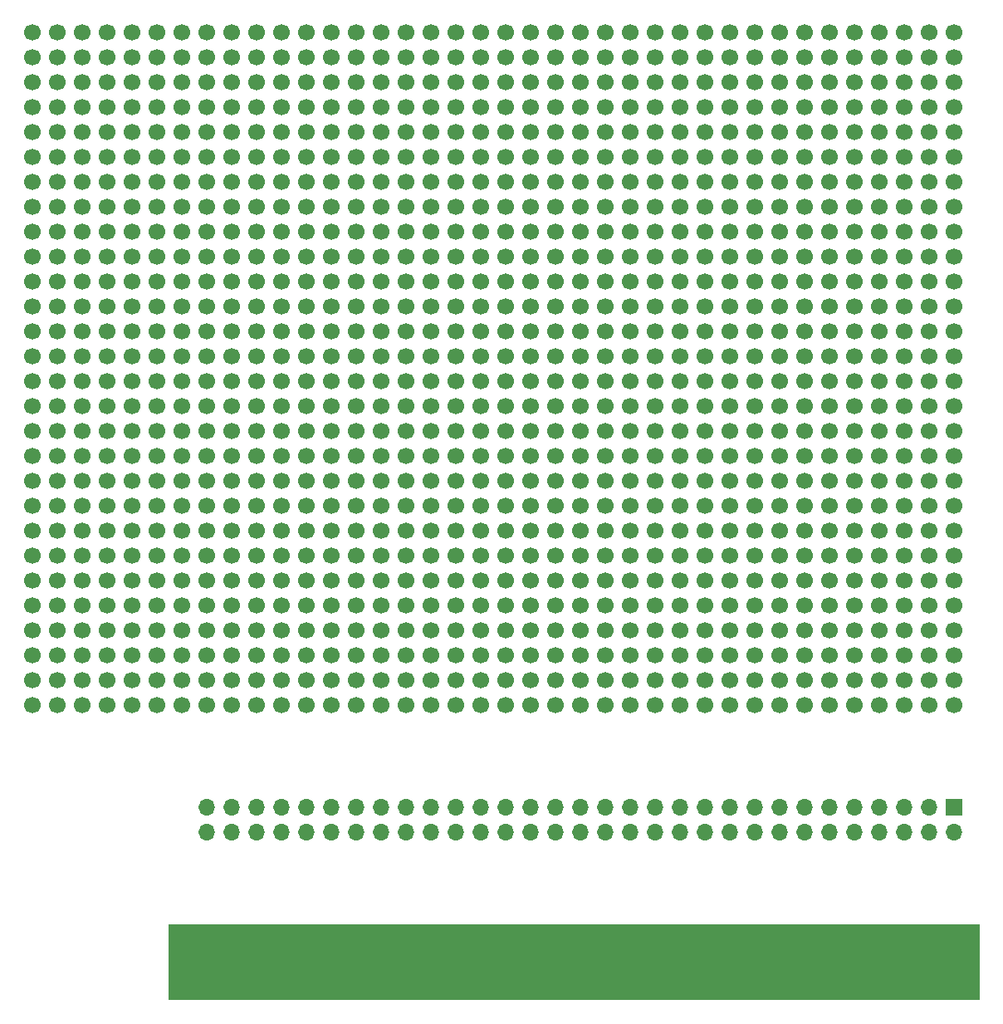
<source format=gbr>
G04 #@! TF.GenerationSoftware,KiCad,Pcbnew,8.0.4*
G04 #@! TF.CreationDate,2025-02-18T09:49:29-03:00*
G04 #@! TF.ProjectId,XT Prototype Board,58542050-726f-4746-9f74-79706520426f,rev?*
G04 #@! TF.SameCoordinates,Original*
G04 #@! TF.FileFunction,Soldermask,Bot*
G04 #@! TF.FilePolarity,Negative*
%FSLAX46Y46*%
G04 Gerber Fmt 4.6, Leading zero omitted, Abs format (unit mm)*
G04 Created by KiCad (PCBNEW 8.0.4) date 2025-02-18 09:49:29*
%MOMM*%
%LPD*%
G01*
G04 APERTURE LIST*
%ADD10C,0.100000*%
%ADD11R,1.778000X7.620000*%
%ADD12C,1.700000*%
%ADD13R,1.700000X1.700000*%
%ADD14O,1.700000X1.700000*%
G04 APERTURE END LIST*
D10*
X155575000Y-139065000D02*
X72898000Y-139065000D01*
X72898000Y-131445000D01*
X155575000Y-131445000D01*
X155575000Y-139065000D01*
G36*
X155575000Y-139065000D02*
G01*
X72898000Y-139065000D01*
X72898000Y-131445000D01*
X155575000Y-131445000D01*
X155575000Y-139065000D01*
G37*
D11*
X153035000Y-135255000D03*
X150495000Y-135255000D03*
X147955000Y-135255000D03*
X145415000Y-135255000D03*
X142875000Y-135255000D03*
X140335000Y-135255000D03*
X137795000Y-135255000D03*
X135255000Y-135255000D03*
X132715000Y-135255000D03*
X130175000Y-135255000D03*
X127635000Y-135255000D03*
X125095000Y-135255000D03*
X122555000Y-135255000D03*
X120015000Y-135255000D03*
X117475000Y-135255000D03*
X114935000Y-135255000D03*
X112395000Y-135255000D03*
X109855000Y-135255000D03*
X107315000Y-135255000D03*
X104775000Y-135255000D03*
X102235000Y-135255000D03*
X99695000Y-135255000D03*
X97155000Y-135255000D03*
X94615000Y-135255000D03*
X92075000Y-135255000D03*
X89535000Y-135255000D03*
X86995000Y-135255000D03*
X84455000Y-135255000D03*
X81915000Y-135255000D03*
X79375000Y-135255000D03*
X76835000Y-135255000D03*
D12*
X59029600Y-40513000D03*
X59029600Y-45593000D03*
X59029600Y-50673000D03*
X59029600Y-55753000D03*
X59029600Y-60833000D03*
X59029600Y-65913000D03*
X59029600Y-70993000D03*
X59029600Y-76073000D03*
X59029600Y-81153000D03*
X59029600Y-86233000D03*
X59029600Y-91313000D03*
X59029600Y-96393000D03*
X59029600Y-101473000D03*
X59029600Y-106553000D03*
X59039974Y-43053000D03*
X59039974Y-48133000D03*
X59039974Y-53213000D03*
X59039974Y-58293000D03*
X59039974Y-63373000D03*
X59039974Y-68453000D03*
X59039974Y-73533000D03*
X59039974Y-78613000D03*
X59039974Y-83693000D03*
X59039974Y-88773000D03*
X59039974Y-93853000D03*
X59039974Y-98933000D03*
X59039974Y-104013000D03*
X59039974Y-109093000D03*
X61569600Y-40513000D03*
X61569600Y-45593000D03*
X61569600Y-50673000D03*
X61569600Y-55753000D03*
X61569600Y-60833000D03*
X61569600Y-65913000D03*
X61569600Y-70993000D03*
X61569600Y-76073000D03*
X61569600Y-81153000D03*
X61569600Y-86233000D03*
X61569600Y-91313000D03*
X61569600Y-96393000D03*
X61569600Y-101473000D03*
X61569600Y-106553000D03*
X61579974Y-43053000D03*
X61579974Y-48133000D03*
X61579974Y-53213000D03*
X61579974Y-58293000D03*
X61579974Y-63373000D03*
X61579974Y-68453000D03*
X61579974Y-73533000D03*
X61579974Y-78613000D03*
X61579974Y-83693000D03*
X61579974Y-88773000D03*
X61579974Y-93853000D03*
X61579974Y-98933000D03*
X61579974Y-104013000D03*
X61579974Y-109093000D03*
X64109600Y-40513000D03*
X64109600Y-45593000D03*
X64109600Y-50673000D03*
X64109600Y-55753000D03*
X64109600Y-60833000D03*
X64109600Y-65913000D03*
X64109600Y-70993000D03*
X64109600Y-76073000D03*
X64109600Y-81153000D03*
X64109600Y-86233000D03*
X64109600Y-91313000D03*
X64109600Y-96393000D03*
X64109600Y-101473000D03*
X64109600Y-106553000D03*
X64119974Y-43053000D03*
X64119974Y-48133000D03*
X64119974Y-53213000D03*
X64119974Y-58293000D03*
X64119974Y-63373000D03*
X64119974Y-68453000D03*
X64119974Y-73533000D03*
X64119974Y-78613000D03*
X64119974Y-83693000D03*
X64119974Y-88773000D03*
X64119974Y-93853000D03*
X64119974Y-98933000D03*
X64119974Y-104013000D03*
X64119974Y-109093000D03*
X66649600Y-40513000D03*
X66649600Y-45593000D03*
X66649600Y-50673000D03*
X66649600Y-55753000D03*
X66649600Y-60833000D03*
X66649600Y-65913000D03*
X66649600Y-70993000D03*
X66649600Y-76073000D03*
X66649600Y-81153000D03*
X66649600Y-86233000D03*
X66649600Y-91313000D03*
X66649600Y-96393000D03*
X66649600Y-101473000D03*
X66649600Y-106553000D03*
X66659974Y-43053000D03*
X66659974Y-48133000D03*
X66659974Y-53213000D03*
X66659974Y-58293000D03*
X66659974Y-63373000D03*
X66659974Y-68453000D03*
X66659974Y-73533000D03*
X66659974Y-78613000D03*
X66659974Y-83693000D03*
X66659974Y-88773000D03*
X66659974Y-93853000D03*
X66659974Y-98933000D03*
X66659974Y-104013000D03*
X66659974Y-109093000D03*
X69189600Y-40513000D03*
X69189600Y-45593000D03*
X69189600Y-50673000D03*
X69189600Y-55753000D03*
X69189600Y-60833000D03*
X69189600Y-65913000D03*
X69189600Y-70993000D03*
X69189600Y-76073000D03*
X69189600Y-81153000D03*
X69189600Y-86233000D03*
X69189600Y-91313000D03*
X69189600Y-96393000D03*
X69189600Y-101473000D03*
X69189600Y-106553000D03*
X69199974Y-43053000D03*
X69199974Y-48133000D03*
X69199974Y-53213000D03*
X69199974Y-58293000D03*
X69199974Y-63373000D03*
X69199974Y-68453000D03*
X69199974Y-73533000D03*
X69199974Y-78613000D03*
X69199974Y-83693000D03*
X69199974Y-88773000D03*
X69199974Y-93853000D03*
X69199974Y-98933000D03*
X69199974Y-104013000D03*
X69199974Y-109093000D03*
X71729600Y-40513000D03*
X71729600Y-45593000D03*
X71729600Y-50673000D03*
X71729600Y-55753000D03*
X71729600Y-60833000D03*
X71729600Y-65913000D03*
X71729600Y-70993000D03*
X71729600Y-76073000D03*
X71729600Y-81153000D03*
X71729600Y-86233000D03*
X71729600Y-91313000D03*
X71729600Y-96393000D03*
X71729600Y-101473000D03*
X71729600Y-106553000D03*
X71739974Y-43053000D03*
X71739974Y-48133000D03*
X71739974Y-53213000D03*
X71739974Y-58293000D03*
X71739974Y-63373000D03*
X71739974Y-68453000D03*
X71739974Y-73533000D03*
X71739974Y-78613000D03*
X71739974Y-83693000D03*
X71739974Y-88773000D03*
X71739974Y-93853000D03*
X71739974Y-98933000D03*
X71739974Y-104013000D03*
X71739974Y-109093000D03*
X74269600Y-40513000D03*
X74269600Y-45593000D03*
X74269600Y-50673000D03*
X74269600Y-55753000D03*
X74269600Y-60833000D03*
X74269600Y-65913000D03*
X74269600Y-70993000D03*
X74269600Y-76073000D03*
X74269600Y-81153000D03*
X74269600Y-86233000D03*
X74269600Y-91313000D03*
X74269600Y-96393000D03*
X74269600Y-101473000D03*
X74269600Y-106553000D03*
X74279974Y-43053000D03*
X74279974Y-48133000D03*
X74279974Y-53213000D03*
X74279974Y-58293000D03*
X74279974Y-63373000D03*
X74279974Y-68453000D03*
X74279974Y-73533000D03*
X74279974Y-78613000D03*
X74279974Y-83693000D03*
X74279974Y-88773000D03*
X74279974Y-93853000D03*
X74279974Y-98933000D03*
X74279974Y-104013000D03*
X74279974Y-109093000D03*
X76809600Y-40513000D03*
X76809600Y-45593000D03*
X76809600Y-50673000D03*
X76809600Y-55753000D03*
X76809600Y-60833000D03*
X76809600Y-65913000D03*
X76809600Y-70993000D03*
X76809600Y-76073000D03*
X76809600Y-81153000D03*
X76809600Y-86233000D03*
X76809600Y-91313000D03*
X76809600Y-96393000D03*
X76809600Y-101473000D03*
X76809600Y-106553000D03*
X76819974Y-43053000D03*
X76819974Y-48133000D03*
X76819974Y-53213000D03*
X76819974Y-58293000D03*
X76819974Y-63373000D03*
X76819974Y-68453000D03*
X76819974Y-73533000D03*
X76819974Y-78613000D03*
X76819974Y-83693000D03*
X76819974Y-88773000D03*
X76819974Y-93853000D03*
X76819974Y-98933000D03*
X76819974Y-104013000D03*
X76819974Y-109093000D03*
X79349600Y-40513000D03*
X79349600Y-45593000D03*
X79349600Y-50673000D03*
X79349600Y-55753000D03*
X79349600Y-60833000D03*
X79349600Y-65913000D03*
X79349600Y-70993000D03*
X79349600Y-76073000D03*
X79349600Y-81153000D03*
X79349600Y-86233000D03*
X79349600Y-91313000D03*
X79349600Y-96393000D03*
X79349600Y-101473000D03*
X79349600Y-106553000D03*
X79359974Y-43053000D03*
X79359974Y-48133000D03*
X79359974Y-53213000D03*
X79359974Y-58293000D03*
X79359974Y-63373000D03*
X79359974Y-68453000D03*
X79359974Y-73533000D03*
X79359974Y-78613000D03*
X79359974Y-83693000D03*
X79359974Y-88773000D03*
X79359974Y-93853000D03*
X79359974Y-98933000D03*
X79359974Y-104013000D03*
X79359974Y-109093000D03*
X81889600Y-40513000D03*
X81889600Y-45593000D03*
X81889600Y-50673000D03*
X81889600Y-55753000D03*
X81889600Y-60833000D03*
X81889600Y-65913000D03*
X81889600Y-70993000D03*
X81889600Y-76073000D03*
X81889600Y-81153000D03*
X81889600Y-86233000D03*
X81889600Y-91313000D03*
X81889600Y-96393000D03*
X81889600Y-101473000D03*
X81889600Y-106553000D03*
X81899974Y-43053000D03*
X81899974Y-48133000D03*
X81899974Y-53213000D03*
X81899974Y-58293000D03*
X81899974Y-63373000D03*
X81899974Y-68453000D03*
X81899974Y-73533000D03*
X81899974Y-78613000D03*
X81899974Y-83693000D03*
X81899974Y-88773000D03*
X81899974Y-93853000D03*
X81899974Y-98933000D03*
X81899974Y-104013000D03*
X81899974Y-109093000D03*
X84429600Y-40513000D03*
X84429600Y-45593000D03*
X84429600Y-50673000D03*
X84429600Y-55753000D03*
X84429600Y-60833000D03*
X84429600Y-65913000D03*
X84429600Y-70993000D03*
X84429600Y-76073000D03*
X84429600Y-81153000D03*
X84429600Y-86233000D03*
X84429600Y-91313000D03*
X84429600Y-96393000D03*
X84429600Y-101473000D03*
X84429600Y-106553000D03*
X84439974Y-43053000D03*
X84439974Y-48133000D03*
X84439974Y-53213000D03*
X84439974Y-58293000D03*
X84439974Y-63373000D03*
X84439974Y-68453000D03*
X84439974Y-73533000D03*
X84439974Y-78613000D03*
X84439974Y-83693000D03*
X84439974Y-88773000D03*
X84439974Y-93853000D03*
X84439974Y-98933000D03*
X84439974Y-104013000D03*
X84439974Y-109093000D03*
X86969600Y-40513000D03*
X86969600Y-45593000D03*
X86969600Y-50673000D03*
X86969600Y-55753000D03*
X86969600Y-60833000D03*
X86969600Y-65913000D03*
X86969600Y-70993000D03*
X86969600Y-76073000D03*
X86969600Y-81153000D03*
X86969600Y-86233000D03*
X86969600Y-91313000D03*
X86969600Y-96393000D03*
X86969600Y-101473000D03*
X86969600Y-106553000D03*
X86979974Y-43053000D03*
X86979974Y-48133000D03*
X86979974Y-53213000D03*
X86979974Y-58293000D03*
X86979974Y-63373000D03*
X86979974Y-68453000D03*
X86979974Y-73533000D03*
X86979974Y-78613000D03*
X86979974Y-83693000D03*
X86979974Y-88773000D03*
X86979974Y-93853000D03*
X86979974Y-98933000D03*
X86979974Y-104013000D03*
X86979974Y-109093000D03*
X89509600Y-40513000D03*
X89509600Y-45593000D03*
X89509600Y-50673000D03*
X89509600Y-55753000D03*
X89509600Y-60833000D03*
X89509600Y-65913000D03*
X89509600Y-70993000D03*
X89509600Y-76073000D03*
X89509600Y-81153000D03*
X89509600Y-86233000D03*
X89509600Y-91313000D03*
X89509600Y-96393000D03*
X89509600Y-101473000D03*
X89509600Y-106553000D03*
X89519974Y-43053000D03*
X89519974Y-48133000D03*
X89519974Y-53213000D03*
X89519974Y-58293000D03*
X89519974Y-63373000D03*
X89519974Y-68453000D03*
X89519974Y-73533000D03*
X89519974Y-78613000D03*
X89519974Y-83693000D03*
X89519974Y-88773000D03*
X89519974Y-93853000D03*
X89519974Y-98933000D03*
X89519974Y-104013000D03*
X89519974Y-109093000D03*
X92049600Y-40513000D03*
X92049600Y-45593000D03*
X92049600Y-50673000D03*
X92049600Y-55753000D03*
X92049600Y-60833000D03*
X92049600Y-65913000D03*
X92049600Y-70993000D03*
X92049600Y-76073000D03*
X92049600Y-81153000D03*
X92049600Y-86233000D03*
X92049600Y-91313000D03*
X92049600Y-96393000D03*
X92049600Y-101473000D03*
X92049600Y-106553000D03*
X92059974Y-43053000D03*
X92059974Y-48133000D03*
X92059974Y-53213000D03*
X92059974Y-58293000D03*
X92059974Y-63373000D03*
X92059974Y-68453000D03*
X92059974Y-73533000D03*
X92059974Y-78613000D03*
X92059974Y-83693000D03*
X92059974Y-88773000D03*
X92059974Y-93853000D03*
X92059974Y-98933000D03*
X92059974Y-104013000D03*
X92059974Y-109093000D03*
X94589600Y-40513000D03*
X94589600Y-45593000D03*
X94589600Y-50673000D03*
X94589600Y-55753000D03*
X94589600Y-60833000D03*
X94589600Y-65913000D03*
X94589600Y-70993000D03*
X94589600Y-76073000D03*
X94589600Y-81153000D03*
X94589600Y-86233000D03*
X94589600Y-91313000D03*
X94589600Y-96393000D03*
X94589600Y-101473000D03*
X94589600Y-106553000D03*
X94599974Y-43053000D03*
X94599974Y-48133000D03*
X94599974Y-53213000D03*
X94599974Y-58293000D03*
X94599974Y-63373000D03*
X94599974Y-68453000D03*
X94599974Y-73533000D03*
X94599974Y-78613000D03*
X94599974Y-83693000D03*
X94599974Y-88773000D03*
X94599974Y-93853000D03*
X94599974Y-98933000D03*
X94599974Y-104013000D03*
X94599974Y-109093000D03*
X97129600Y-40513000D03*
X97129600Y-45593000D03*
X97129600Y-50673000D03*
X97129600Y-55753000D03*
X97129600Y-60833000D03*
X97129600Y-65913000D03*
X97129600Y-70993000D03*
X97129600Y-76073000D03*
X97129600Y-81153000D03*
X97129600Y-86233000D03*
X97129600Y-91313000D03*
X97129600Y-96393000D03*
X97129600Y-101473000D03*
X97129600Y-106553000D03*
X97139974Y-43053000D03*
X97139974Y-48133000D03*
X97139974Y-53213000D03*
X97139974Y-58293000D03*
X97139974Y-63373000D03*
X97139974Y-68453000D03*
X97139974Y-73533000D03*
X97139974Y-78613000D03*
X97139974Y-83693000D03*
X97139974Y-88773000D03*
X97139974Y-93853000D03*
X97139974Y-98933000D03*
X97139974Y-104013000D03*
X97139974Y-109093000D03*
X99669600Y-40513000D03*
X99669600Y-45593000D03*
X99669600Y-50673000D03*
X99669600Y-55753000D03*
X99669600Y-60833000D03*
X99669600Y-65913000D03*
X99669600Y-70993000D03*
X99669600Y-76073000D03*
X99669600Y-81153000D03*
X99669600Y-86233000D03*
X99669600Y-91313000D03*
X99669600Y-96393000D03*
X99669600Y-101473000D03*
X99669600Y-106553000D03*
X99679974Y-43053000D03*
X99679974Y-48133000D03*
X99679974Y-53213000D03*
X99679974Y-58293000D03*
X99679974Y-63373000D03*
X99679974Y-68453000D03*
X99679974Y-73533000D03*
X99679974Y-78613000D03*
X99679974Y-83693000D03*
X99679974Y-88773000D03*
X99679974Y-93853000D03*
X99679974Y-98933000D03*
X99679974Y-104013000D03*
X99679974Y-109093000D03*
X102209600Y-40513000D03*
X102209600Y-45593000D03*
X102209600Y-50673000D03*
X102209600Y-55753000D03*
X102209600Y-60833000D03*
X102209600Y-65913000D03*
X102209600Y-70993000D03*
X102209600Y-76073000D03*
X102209600Y-81153000D03*
X102209600Y-86233000D03*
X102209600Y-91313000D03*
X102209600Y-96393000D03*
X102209600Y-101473000D03*
X102209600Y-106553000D03*
X102219974Y-43053000D03*
X102219974Y-48133000D03*
X102219974Y-53213000D03*
X102219974Y-58293000D03*
X102219974Y-63373000D03*
X102219974Y-68453000D03*
X102219974Y-73533000D03*
X102219974Y-78613000D03*
X102219974Y-83693000D03*
X102219974Y-88773000D03*
X102219974Y-93853000D03*
X102219974Y-98933000D03*
X102219974Y-104013000D03*
X102219974Y-109093000D03*
X104749600Y-40513000D03*
X104749600Y-45593000D03*
X104749600Y-50673000D03*
X104749600Y-55753000D03*
X104749600Y-60833000D03*
X104749600Y-65913000D03*
X104749600Y-70993000D03*
X104749600Y-76073000D03*
X104749600Y-81153000D03*
X104749600Y-86233000D03*
X104749600Y-91313000D03*
X104749600Y-96393000D03*
X104749600Y-101473000D03*
X104749600Y-106553000D03*
X104759974Y-43053000D03*
X104759974Y-48133000D03*
X104759974Y-53213000D03*
X104759974Y-58293000D03*
X104759974Y-63373000D03*
X104759974Y-68453000D03*
X104759974Y-73533000D03*
X104759974Y-78613000D03*
X104759974Y-83693000D03*
X104759974Y-88773000D03*
X104759974Y-93853000D03*
X104759974Y-98933000D03*
X104759974Y-104013000D03*
X104759974Y-109093000D03*
X107289600Y-40513000D03*
X107289600Y-45593000D03*
X107289600Y-50673000D03*
X107289600Y-55753000D03*
X107289600Y-60833000D03*
X107289600Y-65913000D03*
X107289600Y-70993000D03*
X107289600Y-76073000D03*
X107289600Y-81153000D03*
X107289600Y-86233000D03*
X107289600Y-91313000D03*
X107289600Y-96393000D03*
X107289600Y-101473000D03*
X107289600Y-106553000D03*
X107299974Y-43053000D03*
X107299974Y-48133000D03*
X107299974Y-53213000D03*
X107299974Y-58293000D03*
X107299974Y-63373000D03*
X107299974Y-68453000D03*
X107299974Y-73533000D03*
X107299974Y-78613000D03*
X107299974Y-83693000D03*
X107299974Y-88773000D03*
X107299974Y-93853000D03*
X107299974Y-98933000D03*
X107299974Y-104013000D03*
X107299974Y-109093000D03*
X109829600Y-40513000D03*
X109829600Y-45593000D03*
X109829600Y-50673000D03*
X109829600Y-55753000D03*
X109829600Y-60833000D03*
X109829600Y-65913000D03*
X109829600Y-70993000D03*
X109829600Y-76073000D03*
X109829600Y-81153000D03*
X109829600Y-86233000D03*
X109829600Y-91313000D03*
X109829600Y-96393000D03*
X109829600Y-101473000D03*
X109829600Y-106553000D03*
X109839974Y-43053000D03*
X109839974Y-48133000D03*
X109839974Y-53213000D03*
X109839974Y-58293000D03*
X109839974Y-63373000D03*
X109839974Y-68453000D03*
X109839974Y-73533000D03*
X109839974Y-78613000D03*
X109839974Y-83693000D03*
X109839974Y-88773000D03*
X109839974Y-93853000D03*
X109839974Y-98933000D03*
X109839974Y-104013000D03*
X109839974Y-109093000D03*
X112369600Y-40513000D03*
X112369600Y-45593000D03*
X112369600Y-50673000D03*
X112369600Y-55753000D03*
X112369600Y-60833000D03*
X112369600Y-65913000D03*
X112369600Y-70993000D03*
X112369600Y-76073000D03*
X112369600Y-81153000D03*
X112369600Y-86233000D03*
X112369600Y-91313000D03*
X112369600Y-96393000D03*
X112369600Y-101473000D03*
X112369600Y-106553000D03*
X112379974Y-43053000D03*
X112379974Y-48133000D03*
X112379974Y-53213000D03*
X112379974Y-58293000D03*
X112379974Y-63373000D03*
X112379974Y-68453000D03*
X112379974Y-73533000D03*
X112379974Y-78613000D03*
X112379974Y-83693000D03*
X112379974Y-88773000D03*
X112379974Y-93853000D03*
X112379974Y-98933000D03*
X112379974Y-104013000D03*
X112379974Y-109093000D03*
X114909600Y-40513000D03*
X114909600Y-45593000D03*
X114909600Y-50673000D03*
X114909600Y-55753000D03*
X114909600Y-60833000D03*
X114909600Y-65913000D03*
X114909600Y-70993000D03*
X114909600Y-76073000D03*
X114909600Y-81153000D03*
X114909600Y-86233000D03*
X114909600Y-91313000D03*
X114909600Y-96393000D03*
X114909600Y-101473000D03*
X114909600Y-106553000D03*
X114919974Y-43053000D03*
X114919974Y-48133000D03*
X114919974Y-53213000D03*
X114919974Y-58293000D03*
X114919974Y-63373000D03*
X114919974Y-68453000D03*
X114919974Y-73533000D03*
X114919974Y-78613000D03*
X114919974Y-83693000D03*
X114919974Y-88773000D03*
X114919974Y-93853000D03*
X114919974Y-98933000D03*
X114919974Y-104013000D03*
X114919974Y-109093000D03*
X117449600Y-40513000D03*
X117449600Y-45593000D03*
X117449600Y-50673000D03*
X117449600Y-55753000D03*
X117449600Y-60833000D03*
X117449600Y-65913000D03*
X117449600Y-70993000D03*
X117449600Y-76073000D03*
X117449600Y-81153000D03*
X117449600Y-86233000D03*
X117449600Y-91313000D03*
X117449600Y-96393000D03*
X117449600Y-101473000D03*
X117449600Y-106553000D03*
X117459974Y-43053000D03*
X117459974Y-48133000D03*
X117459974Y-53213000D03*
X117459974Y-58293000D03*
X117459974Y-63373000D03*
X117459974Y-68453000D03*
X117459974Y-73533000D03*
X117459974Y-78613000D03*
X117459974Y-83693000D03*
X117459974Y-88773000D03*
X117459974Y-93853000D03*
X117459974Y-98933000D03*
X117459974Y-104013000D03*
X117459974Y-109093000D03*
X119989600Y-40513000D03*
X119989600Y-45593000D03*
X119989600Y-50673000D03*
X119989600Y-55753000D03*
X119989600Y-60833000D03*
X119989600Y-65913000D03*
X119989600Y-70993000D03*
X119989600Y-76073000D03*
X119989600Y-81153000D03*
X119989600Y-86233000D03*
X119989600Y-91313000D03*
X119989600Y-96393000D03*
X119989600Y-101473000D03*
X119989600Y-106553000D03*
X119999974Y-43053000D03*
X119999974Y-48133000D03*
X119999974Y-53213000D03*
X119999974Y-58293000D03*
X119999974Y-63373000D03*
X119999974Y-68453000D03*
X119999974Y-73533000D03*
X119999974Y-78613000D03*
X119999974Y-83693000D03*
X119999974Y-88773000D03*
X119999974Y-93853000D03*
X119999974Y-98933000D03*
X119999974Y-104013000D03*
X119999974Y-109093000D03*
X122529600Y-40513000D03*
X122529600Y-45593000D03*
X122529600Y-50673000D03*
X122529600Y-55753000D03*
X122529600Y-60833000D03*
X122529600Y-65913000D03*
X122529600Y-70993000D03*
X122529600Y-76073000D03*
X122529600Y-81153000D03*
X122529600Y-86233000D03*
X122529600Y-91313000D03*
X122529600Y-96393000D03*
X122529600Y-101473000D03*
X122529600Y-106553000D03*
X122539974Y-43053000D03*
X122539974Y-48133000D03*
X122539974Y-53213000D03*
X122539974Y-58293000D03*
X122539974Y-63373000D03*
X122539974Y-68453000D03*
X122539974Y-73533000D03*
X122539974Y-78613000D03*
X122539974Y-83693000D03*
X122539974Y-88773000D03*
X122539974Y-93853000D03*
X122539974Y-98933000D03*
X122539974Y-104013000D03*
X122539974Y-109093000D03*
X125069600Y-40513000D03*
X125069600Y-45593000D03*
X125069600Y-50673000D03*
X125069600Y-55753000D03*
X125069600Y-60833000D03*
X125069600Y-65913000D03*
X125069600Y-70993000D03*
X125069600Y-76073000D03*
X125069600Y-81153000D03*
X125069600Y-86233000D03*
X125069600Y-91313000D03*
X125069600Y-96393000D03*
X125069600Y-101473000D03*
X125069600Y-106553000D03*
X125079974Y-43053000D03*
X125079974Y-48133000D03*
X125079974Y-53213000D03*
X125079974Y-58293000D03*
X125079974Y-63373000D03*
X125079974Y-68453000D03*
X125079974Y-73533000D03*
X125079974Y-78613000D03*
X125079974Y-83693000D03*
X125079974Y-88773000D03*
X125079974Y-93853000D03*
X125079974Y-98933000D03*
X125079974Y-104013000D03*
X125079974Y-109093000D03*
X127609600Y-40513000D03*
X127609600Y-45593000D03*
X127609600Y-50673000D03*
X127609600Y-55753000D03*
X127609600Y-60833000D03*
X127609600Y-65913000D03*
X127609600Y-70993000D03*
X127609600Y-76073000D03*
X127609600Y-81153000D03*
X127609600Y-86233000D03*
X127609600Y-91313000D03*
X127609600Y-96393000D03*
X127609600Y-101473000D03*
X127609600Y-106553000D03*
X127619974Y-43053000D03*
X127619974Y-48133000D03*
X127619974Y-53213000D03*
X127619974Y-58293000D03*
X127619974Y-63373000D03*
X127619974Y-68453000D03*
X127619974Y-73533000D03*
X127619974Y-78613000D03*
X127619974Y-83693000D03*
X127619974Y-88773000D03*
X127619974Y-93853000D03*
X127619974Y-98933000D03*
X127619974Y-104013000D03*
X127619974Y-109093000D03*
X130149600Y-40513000D03*
X130149600Y-45593000D03*
X130149600Y-50673000D03*
X130149600Y-55753000D03*
X130149600Y-60833000D03*
X130149600Y-65913000D03*
X130149600Y-70993000D03*
X130149600Y-76073000D03*
X130149600Y-81153000D03*
X130149600Y-86233000D03*
X130149600Y-91313000D03*
X130149600Y-96393000D03*
X130149600Y-101473000D03*
X130149600Y-106553000D03*
X130159974Y-43053000D03*
X130159974Y-48133000D03*
X130159974Y-53213000D03*
X130159974Y-58293000D03*
X130159974Y-63373000D03*
X130159974Y-68453000D03*
X130159974Y-73533000D03*
X130159974Y-78613000D03*
X130159974Y-83693000D03*
X130159974Y-88773000D03*
X130159974Y-93853000D03*
X130159974Y-98933000D03*
X130159974Y-104013000D03*
X130159974Y-109093000D03*
X132689600Y-40513000D03*
X132689600Y-45593000D03*
X132689600Y-50673000D03*
X132689600Y-55753000D03*
X132689600Y-60833000D03*
X132689600Y-65913000D03*
X132689600Y-70993000D03*
X132689600Y-76073000D03*
X132689600Y-81153000D03*
X132689600Y-86233000D03*
X132689600Y-91313000D03*
X132689600Y-96393000D03*
X132689600Y-101473000D03*
X132689600Y-106553000D03*
X132699974Y-43053000D03*
X132699974Y-48133000D03*
X132699974Y-53213000D03*
X132699974Y-58293000D03*
X132699974Y-63373000D03*
X132699974Y-68453000D03*
X132699974Y-73533000D03*
X132699974Y-78613000D03*
X132699974Y-83693000D03*
X132699974Y-88773000D03*
X132699974Y-93853000D03*
X132699974Y-98933000D03*
X132699974Y-104013000D03*
X132699974Y-109093000D03*
X135229600Y-40513000D03*
X135229600Y-45593000D03*
X135229600Y-50673000D03*
X135229600Y-55753000D03*
X135229600Y-60833000D03*
X135229600Y-65913000D03*
X135229600Y-70993000D03*
X135229600Y-76073000D03*
X135229600Y-81153000D03*
X135229600Y-86233000D03*
X135229600Y-91313000D03*
X135229600Y-96393000D03*
X135229600Y-101473000D03*
X135229600Y-106553000D03*
X135239974Y-43053000D03*
X135239974Y-48133000D03*
X135239974Y-53213000D03*
X135239974Y-58293000D03*
X135239974Y-63373000D03*
X135239974Y-68453000D03*
X135239974Y-73533000D03*
X135239974Y-78613000D03*
X135239974Y-83693000D03*
X135239974Y-88773000D03*
X135239974Y-93853000D03*
X135239974Y-98933000D03*
X135239974Y-104013000D03*
X135239974Y-109093000D03*
X137769600Y-40513000D03*
X137769600Y-45593000D03*
X137769600Y-50673000D03*
X137769600Y-55753000D03*
X137769600Y-60833000D03*
X137769600Y-65913000D03*
X137769600Y-70993000D03*
X137769600Y-76073000D03*
X137769600Y-81153000D03*
X137769600Y-86233000D03*
X137769600Y-91313000D03*
X137769600Y-96393000D03*
X137769600Y-101473000D03*
X137769600Y-106553000D03*
X137779974Y-43053000D03*
X137779974Y-48133000D03*
X137779974Y-53213000D03*
X137779974Y-58293000D03*
X137779974Y-63373000D03*
X137779974Y-68453000D03*
X137779974Y-73533000D03*
X137779974Y-78613000D03*
X137779974Y-83693000D03*
X137779974Y-88773000D03*
X137779974Y-93853000D03*
X137779974Y-98933000D03*
X137779974Y-104013000D03*
X137779974Y-109093000D03*
X140309600Y-40513000D03*
X140309600Y-45593000D03*
X140309600Y-50673000D03*
X140309600Y-55753000D03*
X140309600Y-60833000D03*
X140309600Y-65913000D03*
X140309600Y-70993000D03*
X140309600Y-76073000D03*
X140309600Y-81153000D03*
X140309600Y-86233000D03*
X140309600Y-91313000D03*
X140309600Y-96393000D03*
X140309600Y-101473000D03*
X140309600Y-106553000D03*
X140319974Y-43053000D03*
X140319974Y-48133000D03*
X140319974Y-53213000D03*
X140319974Y-58293000D03*
X140319974Y-63373000D03*
X140319974Y-68453000D03*
X140319974Y-73533000D03*
X140319974Y-78613000D03*
X140319974Y-83693000D03*
X140319974Y-88773000D03*
X140319974Y-93853000D03*
X140319974Y-98933000D03*
X140319974Y-104013000D03*
X140319974Y-109093000D03*
X142849600Y-40513000D03*
X142849600Y-45593000D03*
X142849600Y-50673000D03*
X142849600Y-55753000D03*
X142849600Y-60833000D03*
X142849600Y-65913000D03*
X142849600Y-70993000D03*
X142849600Y-76073000D03*
X142849600Y-81153000D03*
X142849600Y-86233000D03*
X142849600Y-91313000D03*
X142849600Y-96393000D03*
X142849600Y-101473000D03*
X142849600Y-106553000D03*
X142859974Y-43053000D03*
X142859974Y-48133000D03*
X142859974Y-53213000D03*
X142859974Y-58293000D03*
X142859974Y-63373000D03*
X142859974Y-68453000D03*
X142859974Y-73533000D03*
X142859974Y-78613000D03*
X142859974Y-83693000D03*
X142859974Y-88773000D03*
X142859974Y-93853000D03*
X142859974Y-98933000D03*
X142859974Y-104013000D03*
X142859974Y-109093000D03*
X145389600Y-40513000D03*
X145389600Y-45593000D03*
X145389600Y-50673000D03*
X145389600Y-55753000D03*
X145389600Y-60833000D03*
X145389600Y-65913000D03*
X145389600Y-70993000D03*
X145389600Y-76073000D03*
X145389600Y-81153000D03*
X145389600Y-86233000D03*
X145389600Y-91313000D03*
X145389600Y-96393000D03*
X145389600Y-101473000D03*
X145389600Y-106553000D03*
X145399974Y-43053000D03*
X145399974Y-48133000D03*
X145399974Y-53213000D03*
X145399974Y-58293000D03*
X145399974Y-63373000D03*
X145399974Y-68453000D03*
X145399974Y-73533000D03*
X145399974Y-78613000D03*
X145399974Y-83693000D03*
X145399974Y-88773000D03*
X145399974Y-93853000D03*
X145399974Y-98933000D03*
X145399974Y-104013000D03*
X145399974Y-109093000D03*
X147929600Y-40513000D03*
X147929600Y-45593000D03*
X147929600Y-50673000D03*
X147929600Y-55753000D03*
X147929600Y-60833000D03*
X147929600Y-65913000D03*
X147929600Y-70993000D03*
X147929600Y-76073000D03*
X147929600Y-81153000D03*
X147929600Y-86233000D03*
X147929600Y-91313000D03*
X147929600Y-96393000D03*
X147929600Y-101473000D03*
X147929600Y-106553000D03*
X147939974Y-43053000D03*
X147939974Y-48133000D03*
X147939974Y-53213000D03*
X147939974Y-58293000D03*
X147939974Y-63373000D03*
X147939974Y-68453000D03*
X147939974Y-73533000D03*
X147939974Y-78613000D03*
X147939974Y-83693000D03*
X147939974Y-88773000D03*
X147939974Y-93853000D03*
X147939974Y-98933000D03*
X147939974Y-104013000D03*
X147939974Y-109093000D03*
X150469600Y-40513000D03*
X150469600Y-45593000D03*
X150469600Y-50673000D03*
X150469600Y-55753000D03*
X150469600Y-60833000D03*
X150469600Y-65913000D03*
X150469600Y-70993000D03*
X150469600Y-76073000D03*
X150469600Y-81153000D03*
X150469600Y-86233000D03*
X150469600Y-91313000D03*
X150469600Y-96393000D03*
X150469600Y-101473000D03*
X150469600Y-106553000D03*
X150479974Y-43053000D03*
X150479974Y-48133000D03*
X150479974Y-53213000D03*
X150479974Y-58293000D03*
X150479974Y-63373000D03*
X150479974Y-68453000D03*
X150479974Y-73533000D03*
X150479974Y-78613000D03*
X150479974Y-83693000D03*
X150479974Y-88773000D03*
X150479974Y-93853000D03*
X150479974Y-98933000D03*
X150479974Y-104013000D03*
X150479974Y-109093000D03*
X153009600Y-40513000D03*
X153009600Y-45593000D03*
X153009600Y-50673000D03*
X153009600Y-55753000D03*
X153009600Y-60833000D03*
X153009600Y-65913000D03*
X153009600Y-70993000D03*
X153009600Y-76073000D03*
X153009600Y-81153000D03*
X153009600Y-86233000D03*
X153009600Y-91313000D03*
X153009600Y-96393000D03*
X153009600Y-101473000D03*
X153009600Y-106553000D03*
X153019974Y-43053000D03*
X153019974Y-48133000D03*
X153019974Y-53213000D03*
X153019974Y-58293000D03*
X153019974Y-63373000D03*
X153019974Y-68453000D03*
X153019974Y-73533000D03*
X153019974Y-78613000D03*
X153019974Y-83693000D03*
X153019974Y-88773000D03*
X153019974Y-93853000D03*
X153019974Y-98933000D03*
X153019974Y-104013000D03*
X153019974Y-109093000D03*
D13*
X153035000Y-119507000D03*
D14*
X153035000Y-122047000D03*
X150495000Y-119507000D03*
X150495000Y-122047000D03*
X147955000Y-119507000D03*
X147955000Y-122047000D03*
X145415000Y-119507000D03*
X145415000Y-122047000D03*
X142875000Y-119507000D03*
X142875000Y-122047000D03*
X140335000Y-119507000D03*
X140335000Y-122047000D03*
X137795000Y-119507000D03*
X137795000Y-122047000D03*
X135255000Y-119507000D03*
X135255000Y-122047000D03*
X132715000Y-119507000D03*
X132715000Y-122047000D03*
X130175000Y-119507000D03*
X130175000Y-122047000D03*
X127635000Y-119507000D03*
X127635000Y-122047000D03*
X125095000Y-119507000D03*
X125095000Y-122047000D03*
X122555000Y-119507000D03*
X122555000Y-122047000D03*
X120015000Y-119507000D03*
X120015000Y-122047000D03*
X117475000Y-119507000D03*
X117475000Y-122047000D03*
X114935000Y-119507000D03*
X114935000Y-122047000D03*
X112395000Y-119507000D03*
X112395000Y-122047000D03*
X109855000Y-119507000D03*
X109855000Y-122047000D03*
X107315000Y-119507000D03*
X107315000Y-122047000D03*
X104775000Y-119507000D03*
X104775000Y-122047000D03*
X102235000Y-119507000D03*
X102235000Y-122047000D03*
X99695000Y-119507000D03*
X99695000Y-122047000D03*
X97155000Y-119507000D03*
X97155000Y-122047000D03*
X94615000Y-119507000D03*
X94615000Y-122047000D03*
X92075000Y-119507000D03*
X92075000Y-122047000D03*
X89535000Y-119507000D03*
X89535000Y-122047000D03*
X86995000Y-119507000D03*
X86995000Y-122047000D03*
X84455000Y-119507000D03*
X84455000Y-122047000D03*
X81915000Y-119507000D03*
X81915000Y-122047000D03*
X79375000Y-119507000D03*
X79375000Y-122047000D03*
X76835000Y-119507000D03*
X76835000Y-122047000D03*
M02*

</source>
